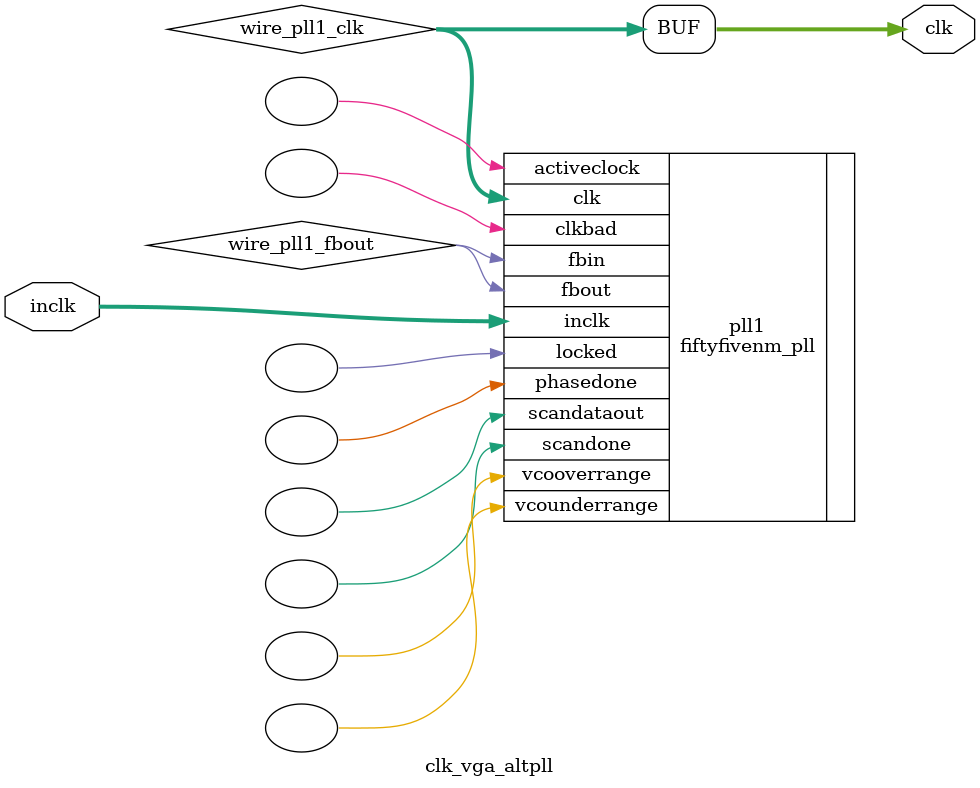
<source format=v>






//synthesis_resources = fiftyfivenm_pll 1 
//synopsys translate_off
`timescale 1 ps / 1 ps
//synopsys translate_on
module  clk_vga_altpll
	( 
	clk,
	inclk) /* synthesis synthesis_clearbox=1 */;
	output   [4:0]  clk;
	input   [1:0]  inclk;
`ifndef ALTERA_RESERVED_QIS
// synopsys translate_off
`endif
	tri0   [1:0]  inclk;
`ifndef ALTERA_RESERVED_QIS
// synopsys translate_on
`endif

	wire  [4:0]   wire_pll1_clk;
	wire  wire_pll1_fbout;

	fiftyfivenm_pll   pll1
	( 
	.activeclock(),
	.clk(wire_pll1_clk),
	.clkbad(),
	.fbin(wire_pll1_fbout),
	.fbout(wire_pll1_fbout),
	.inclk(inclk),
	.locked(),
	.phasedone(),
	.scandataout(),
	.scandone(),
	.vcooverrange(),
	.vcounderrange()
	`ifndef FORMAL_VERIFICATION
	// synopsys translate_off
	`endif
	,
	.areset(1'b0),
	.clkswitch(1'b0),
	.configupdate(1'b0),
	.pfdena(1'b1),
	.phasecounterselect({3{1'b0}}),
	.phasestep(1'b0),
	.phaseupdown(1'b0),
	.scanclk(1'b0),
	.scanclkena(1'b1),
	.scandata(1'b0)
	`ifndef FORMAL_VERIFICATION
	// synopsys translate_on
	`endif
	);
	defparam
		pll1.bandwidth_type = "auto",
		pll1.clk0_divide_by = 2,
		pll1.clk0_duty_cycle = 50,
		pll1.clk0_multiply_by = 1,
		pll1.clk0_phase_shift = "0",
		pll1.compensate_clock = "clk0",
		pll1.inclk0_input_frequency = 20000,
		pll1.operation_mode = "normal",
		pll1.pll_type = "auto",
		pll1.lpm_type = "fiftyfivenm_pll";
	assign
		clk = {wire_pll1_clk[4:0]};
endmodule //clk_vga_altpll
//VALID FILE

</source>
